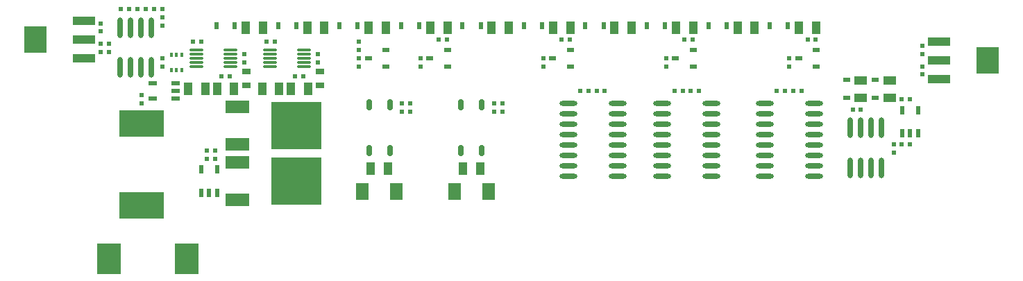
<source format=gtp>
%FSLAX44Y44*%
%MOMM*%
G71*
G01*
G75*
G04 Layer_Color=8421504*
%ADD10R,0.6000X0.6000*%
%ADD11R,0.6300X0.8300*%
%ADD12R,5.5000X3.2000*%
%ADD13R,1.0000X1.5000*%
%ADD14R,3.0000X1.6000*%
%ADD15R,6.2000X5.8000*%
%ADD16R,2.7000X1.0000*%
%ADD17R,2.7000X3.3000*%
%ADD18O,2.1500X0.6000*%
%ADD19O,0.7000X2.5000*%
G04:AMPARAMS|DCode=20|XSize=0.6mm|YSize=1.3mm|CornerRadius=0.15mm|HoleSize=0mm|Usage=FLASHONLY|Rotation=180.000|XOffset=0mm|YOffset=0mm|HoleType=Round|Shape=RoundedRectangle|*
%AMROUNDEDRECTD20*
21,1,0.6000,1.0000,0,0,180.0*
21,1,0.3000,1.3000,0,0,180.0*
1,1,0.3000,-0.1500,0.5000*
1,1,0.3000,0.1500,0.5000*
1,1,0.3000,0.1500,-0.5000*
1,1,0.3000,-0.1500,-0.5000*
%
%ADD20ROUNDEDRECTD20*%
%ADD21R,0.6000X0.6000*%
%ADD22R,0.4500X0.6000*%
%ADD23O,1.7000X0.3000*%
%ADD24R,1.1000X0.6000*%
%ADD25R,1.0000X0.8000*%
%ADD26R,0.9000X0.6000*%
%ADD27R,0.6000X1.1000*%
%ADD28R,1.5000X2.1000*%
%ADD29R,0.8300X0.6300*%
%ADD30R,1.5000X1.0000*%
%ADD31R,3.0000X3.7500*%
%ADD32C,1.5000*%
%ADD33C,0.3000*%
%ADD34C,0.5000*%
%ADD35C,1.8000*%
%ADD36C,2.0000*%
%ADD37C,0.7500*%
%ADD38C,1.0000*%
%ADD39C,0.2600*%
%ADD40C,0.2500*%
%ADD41C,1.5000*%
%ADD42R,1.5000X1.5000*%
%ADD43C,2.5000*%
%ADD44C,6.0000*%
%ADD45C,1.6000*%
%ADD46C,0.7000*%
%ADD47R,0.8000X1.0000*%
%ADD48C,0.7000*%
%ADD49C,0.1700*%
%ADD50C,0.2540*%
%ADD51C,0.2000*%
%ADD52C,0.1000*%
%ADD53C,0.1500*%
D10*
X682500Y267500D02*
D03*
X692500D02*
D03*
X712500D02*
D03*
X702500D02*
D03*
X122500Y367500D02*
D03*
X132500Y367500D02*
D03*
X152500D02*
D03*
X142500Y367500D02*
D03*
X162500D02*
D03*
X172500Y367500D02*
D03*
X220000Y327500D02*
D03*
X210000D02*
D03*
X255000Y285000D02*
D03*
X245000D02*
D03*
X310000Y327500D02*
D03*
X300000D02*
D03*
X345000Y285000D02*
D03*
X335000D02*
D03*
X237500Y195000D02*
D03*
X227500D02*
D03*
X227500Y185000D02*
D03*
X237500D02*
D03*
X520000Y330000D02*
D03*
X510000D02*
D03*
X670000D02*
D03*
X660000D02*
D03*
X807500Y267500D02*
D03*
X797500D02*
D03*
X827500D02*
D03*
X817500D02*
D03*
X820000Y330000D02*
D03*
X810000D02*
D03*
X970000D02*
D03*
X960000D02*
D03*
X932500Y267500D02*
D03*
X922500D02*
D03*
X952500D02*
D03*
X942500D02*
D03*
X1085000Y257500D02*
D03*
X1075000D02*
D03*
X1015000Y245000D02*
D03*
X1025000D02*
D03*
X1085000Y202500D02*
D03*
X1075000D02*
D03*
D11*
X261100Y347500D02*
D03*
X238900Y347500D02*
D03*
X336100Y347500D02*
D03*
X313900Y347500D02*
D03*
X411100Y347500D02*
D03*
X388900Y347500D02*
D03*
X486100Y347500D02*
D03*
X463900Y347500D02*
D03*
X561100Y347500D02*
D03*
X538900D02*
D03*
X636100D02*
D03*
X613900D02*
D03*
X711100D02*
D03*
X688900D02*
D03*
X786100D02*
D03*
X763900D02*
D03*
X861100D02*
D03*
X838900D02*
D03*
X936100D02*
D03*
X913900D02*
D03*
D12*
X147500Y127500D02*
D03*
Y227500D02*
D03*
D13*
X274500Y345000D02*
D03*
X295500D02*
D03*
X349500D02*
D03*
X370500D02*
D03*
X424500D02*
D03*
X445500D02*
D03*
X499500D02*
D03*
X520500D02*
D03*
X574500D02*
D03*
X595500D02*
D03*
X649500D02*
D03*
X670500D02*
D03*
X724500D02*
D03*
X745500D02*
D03*
X799500D02*
D03*
X820500D02*
D03*
X874500D02*
D03*
X895500D02*
D03*
X949500D02*
D03*
X970500D02*
D03*
X239500Y270000D02*
D03*
X260500D02*
D03*
X204500D02*
D03*
X225500D02*
D03*
X329500D02*
D03*
X350500D02*
D03*
X315500D02*
D03*
X294500D02*
D03*
X448000Y172500D02*
D03*
X427000D02*
D03*
X560500D02*
D03*
X539500D02*
D03*
D14*
X264100Y180360D02*
D03*
Y134640D02*
D03*
Y247860D02*
D03*
Y202140D02*
D03*
D15*
X335900Y157500D02*
D03*
Y225000D02*
D03*
D16*
X1120500Y328000D02*
D03*
Y305000D02*
D03*
Y282000D02*
D03*
X77000Y307000D02*
D03*
Y330000D02*
D03*
Y353000D02*
D03*
D17*
X1179500Y305000D02*
D03*
X18000Y330000D02*
D03*
D18*
X782500Y251950D02*
D03*
Y239250D02*
D03*
Y226550D02*
D03*
Y213850D02*
D03*
Y201150D02*
D03*
Y188450D02*
D03*
Y175750D02*
D03*
Y163050D02*
D03*
X842500Y251950D02*
D03*
Y239250D02*
D03*
Y226550D02*
D03*
Y213850D02*
D03*
Y201150D02*
D03*
Y188450D02*
D03*
Y175750D02*
D03*
Y163050D02*
D03*
X907500Y251950D02*
D03*
Y239250D02*
D03*
Y226550D02*
D03*
Y213850D02*
D03*
Y201150D02*
D03*
Y188450D02*
D03*
Y175750D02*
D03*
Y163050D02*
D03*
X967500Y251950D02*
D03*
Y239250D02*
D03*
Y226550D02*
D03*
Y213850D02*
D03*
Y201150D02*
D03*
Y188450D02*
D03*
Y175750D02*
D03*
Y163050D02*
D03*
X668500Y251950D02*
D03*
X668500Y239250D02*
D03*
X668500Y226550D02*
D03*
X668500Y213850D02*
D03*
Y201150D02*
D03*
Y188450D02*
D03*
Y175750D02*
D03*
X668500Y163050D02*
D03*
X728500Y251950D02*
D03*
Y239250D02*
D03*
Y226550D02*
D03*
X728500Y213850D02*
D03*
Y201150D02*
D03*
X728500Y188450D02*
D03*
Y175750D02*
D03*
Y163050D02*
D03*
D19*
X1011900Y173500D02*
D03*
X1024600D02*
D03*
X1037300D02*
D03*
X1050000D02*
D03*
X1011900Y222500D02*
D03*
X1024600D02*
D03*
X1037300D02*
D03*
X1050000D02*
D03*
X159600Y345000D02*
D03*
X146900D02*
D03*
X134200Y345000D02*
D03*
X121500Y345000D02*
D03*
X159600Y296000D02*
D03*
X146900Y296000D02*
D03*
X134200D02*
D03*
X121500Y296000D02*
D03*
D20*
X450200Y250500D02*
D03*
X424800D02*
D03*
X450200Y194500D02*
D03*
X424800D02*
D03*
X562700Y250500D02*
D03*
X537300D02*
D03*
X562700Y194500D02*
D03*
X537300D02*
D03*
D21*
X97500Y340000D02*
D03*
Y350000D02*
D03*
Y325000D02*
D03*
Y315000D02*
D03*
X107500Y325000D02*
D03*
Y315000D02*
D03*
X172500Y347500D02*
D03*
X172500Y357500D02*
D03*
X172500Y297500D02*
D03*
X172500Y307500D02*
D03*
X147500Y262500D02*
D03*
Y252500D02*
D03*
X272500Y312500D02*
D03*
Y302500D02*
D03*
X362500Y312500D02*
D03*
Y302500D02*
D03*
X412500Y297500D02*
D03*
Y307500D02*
D03*
Y327500D02*
D03*
Y317500D02*
D03*
X465000Y252500D02*
D03*
Y242500D02*
D03*
X475000Y242500D02*
D03*
Y252500D02*
D03*
X577500Y252500D02*
D03*
Y242500D02*
D03*
X587500Y242500D02*
D03*
Y252500D02*
D03*
X487500Y297500D02*
D03*
Y307500D02*
D03*
X637500Y297500D02*
D03*
Y307500D02*
D03*
X787500Y297500D02*
D03*
Y307500D02*
D03*
X937500Y297500D02*
D03*
Y307500D02*
D03*
X1100000Y297500D02*
D03*
Y287500D02*
D03*
Y312500D02*
D03*
Y322500D02*
D03*
X1065000Y202500D02*
D03*
Y192500D02*
D03*
D22*
X190000Y312000D02*
D03*
X183500D02*
D03*
X196500D02*
D03*
Y293000D02*
D03*
X190000D02*
D03*
X183500Y293000D02*
D03*
D23*
X214500Y317500D02*
D03*
Y312500D02*
D03*
Y307500D02*
D03*
Y302500D02*
D03*
Y297500D02*
D03*
X255500Y317500D02*
D03*
Y312500D02*
D03*
Y307500D02*
D03*
Y302500D02*
D03*
Y297500D02*
D03*
X304500Y317500D02*
D03*
Y312500D02*
D03*
Y307500D02*
D03*
Y302500D02*
D03*
Y297500D02*
D03*
X345500Y317500D02*
D03*
Y312500D02*
D03*
Y307500D02*
D03*
Y302500D02*
D03*
Y297500D02*
D03*
D24*
X160999Y258001D02*
D03*
Y277001D02*
D03*
X188999D02*
D03*
Y267501D02*
D03*
Y258001D02*
D03*
D25*
X275000Y274000D02*
D03*
Y291000D02*
D03*
X365000Y274000D02*
D03*
Y291000D02*
D03*
D26*
X445500Y297500D02*
D03*
Y317500D02*
D03*
X424000Y307500D02*
D03*
X520500Y297500D02*
D03*
Y317500D02*
D03*
X499000Y307500D02*
D03*
X670500Y297500D02*
D03*
Y317500D02*
D03*
X649000Y307500D02*
D03*
X820500Y297500D02*
D03*
Y317500D02*
D03*
X799000Y307500D02*
D03*
X970500Y297500D02*
D03*
Y317500D02*
D03*
X949000Y307500D02*
D03*
D27*
X220501Y171501D02*
D03*
X239501D02*
D03*
Y143501D02*
D03*
X230001D02*
D03*
X220501D02*
D03*
X1075501Y244001D02*
D03*
X1094501D02*
D03*
Y216001D02*
D03*
X1085001D02*
D03*
X1075501D02*
D03*
D28*
X458500Y145000D02*
D03*
X416500D02*
D03*
X571000D02*
D03*
X529000D02*
D03*
D29*
X1007500Y281100D02*
D03*
Y258900D02*
D03*
X1042500D02*
D03*
Y281100D02*
D03*
D30*
X1025000Y280500D02*
D03*
Y259500D02*
D03*
X1060000Y259500D02*
D03*
Y280500D02*
D03*
D31*
X202500Y62500D02*
D03*
X107500D02*
D03*
M02*

</source>
